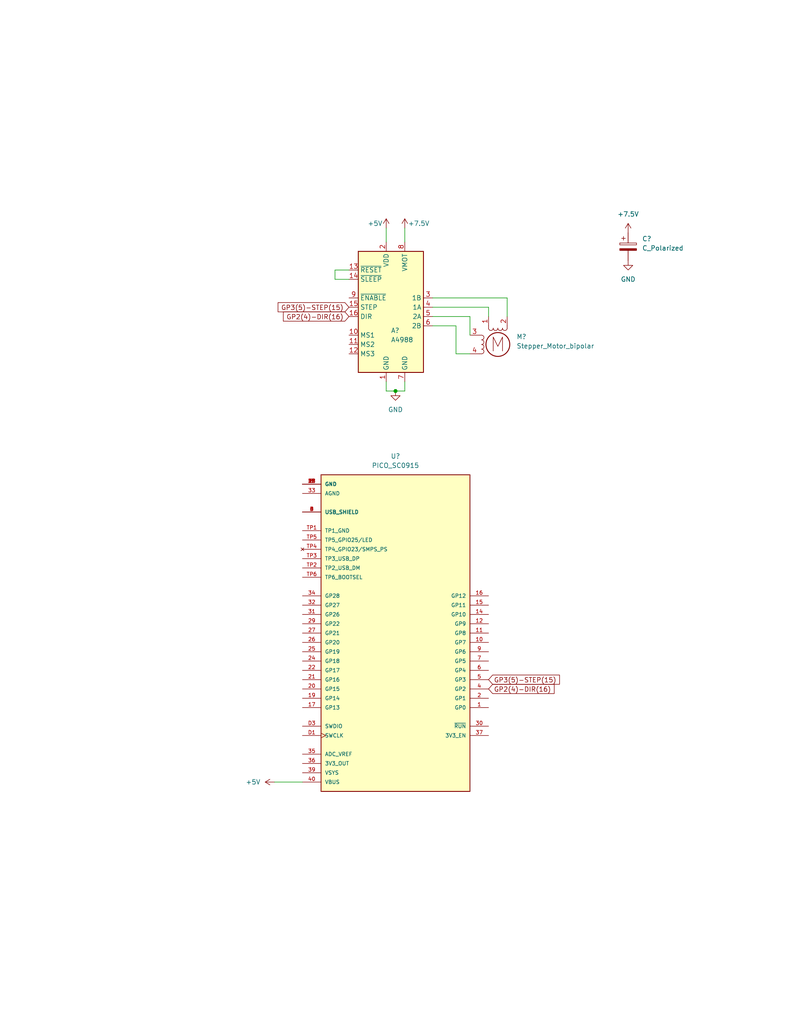
<source format=kicad_sch>
(kicad_sch (version 20211123) (generator eeschema)
  (paper "A" portrait)
  (title_block (title "Astro Prototype- Pico w/micro stepping") (date "2022-07-03") (rev "0") (comment 1 "My first use of Raspberry Pico") (comment 2 "My first use of the A4988 driver"))
  (lib_symbols
    (symbol "Device:C_Polarized" (pin_numbers hide) (pin_names (offset 0.254))
      (property "Reference" "C" (at 0.635 2.54 0))
      (property "Value" "C_Polarized" (at 0.635 -2.54 0))
      (symbol "C_Polarized_0_1"
        (rectangle (start -2.286 0.508) (end 2.286 1.016))
        (polyline (pts (xy -1.778 2.286) (xy -0.762 2.286)))
        (polyline (pts (xy -1.27 2.794) (xy -1.27 1.778)))
        (rectangle (start 2.286 -0.508) (end -2.286 -1.016) (fill (type outline)))
      )
      (symbol "C_Polarized_1_1"
        (pin passive line (at 0 3.81 270) (length 2.794) (name "~") (number "1"))
        (pin passive line (at 0 -3.81 90) (length 2.794) (name "~") (number "2"))
      )
    )
    (symbol "Driver_Motor:Pololu_Breakout_A4988"
      (property "Reference" "A" (at -2.54 19.05 0))
      (property "Value" "Pololu_Breakout_A4988" (at -2.54 16.51 0))
      (symbol "Pololu_Breakout_A4988_0_1"
        (rectangle (start 10.16 -17.78) (end -7.62 15.24) (stroke (width 0.254)) (fill (type background)))
      )
      (symbol "Pololu_Breakout_A4988_1_1"
        (pin power_in line (at 0 -20.32 90) (length 2.54) (name "GND") (number "1"))
        (pin input line (at -10.16 -7.62 0) (length 2.54) (name "MS1") (number "10"))
        (pin input line (at -10.16 -10.16 0) (length 2.54) (name "MS2") (number "11"))
        (pin input line (at -10.16 -12.7 0) (length 2.54) (name "MS3") (number "12"))
        (pin input line (at -10.16 10.16 0) (length 2.54) (name "~{RESET}") (number "13"))
        (pin input line (at -10.16 7.62 0) (length 2.54) (name "~{SLEEP}") (number "14"))
        (pin input line (at -10.16 0 0) (length 2.54) (name "STEP") (number "15"))
        (pin input line (at -10.16 -2.54 0) (length 2.54) (name "DIR") (number "16"))
        (pin power_in line (at 0 17.78 270) (length 2.54) (name "VDD") (number "2"))
        (pin output line (at 12.7 2.54 180) (length 2.54) (name "1B") (number "3"))
        (pin output line (at 12.7 0 180) (length 2.54) (name "1A") (number "4"))
        (pin output line (at 12.7 -2.54 180) (length 2.54) (name "2A") (number "5"))
        (pin output line (at 12.7 -5.08 180) (length 2.54) (name "2B") (number "6"))
        (pin power_in line (at 5.08 -20.32 90) (length 2.54) (name "GND") (number "7"))
        (pin power_in line (at 5.08 17.78 270) (length 2.54) (name "VMOT") (number "8"))
        (pin input line (at -10.16 2.54 0) (length 2.54) (name "~{ENABLE}") (number "9"))
      )
    )
    (symbol "Motor:Stepper_Motor_bipolar" (pin_names (offset 0) hide)
      (property "Reference" "M" (at 3.81 2.54 0))
      (property "Value" "Stepper_Motor_bipolar" (at 3.81 1.27 0))
      (symbol "Stepper_Motor_bipolar_0_0"
        (polyline (pts (xy -1.27 -1.778) (xy -1.27 2.032) (xy 0 -0.508) (xy 1.27 2.032) (xy 1.27 -1.778)))
      )
      (symbol "Stepper_Motor_bipolar_0_1"
        (arc (start -4.445 -2.54) (mid -3.81 -1.905) (end -4.445 -1.27))
        (arc (start -4.445 -1.27) (mid -3.81 -0.635) (end -4.445 0))
        (arc (start -4.445 0) (mid -3.81 0.635) (end -4.445 1.27))
        (arc (start -4.445 1.27) (mid -3.81 1.905) (end -4.445 2.54))
        (arc (start -2.54 4.445) (mid -1.905 3.81) (end -1.27 4.445))
        (arc (start -1.27 4.445) (mid -0.635 3.81) (end 0 4.445))
        (polyline (pts (xy -5.08 -2.54) (xy -4.445 -2.54)))
        (polyline (pts (xy -5.08 2.54) (xy -4.445 2.54)))
        (polyline (pts (xy -2.54 5.08) (xy -2.54 4.445)))
        (polyline (pts (xy 2.54 5.08) (xy 2.54 4.445)))
        (circle (center 0 0) (radius 3.2512) (stroke (width 0.254)))
        (arc (start 0 4.445) (mid 0.635 3.81) (end 1.27 4.445))
        (arc (start 1.27 4.445) (mid 1.905 3.81) (end 2.54 4.445))
      )
      (symbol "Stepper_Motor_bipolar_1_1"
        (pin passive line (at -2.54 7.62 270) (length 2.54) (name "~") (number "1"))
        (pin passive line (at 2.54 7.62 270) (length 2.54) (name "-") (number "2"))
        (pin passive line (at -7.62 2.54 0) (length 2.54) (name "~") (number "3"))
        (pin passive line (at -7.62 -2.54 0) (length 2.54) (name "~") (number "4"))
      )
    )
    (symbol "power:+5V" (power) (pin_names (offset 0))
      (property "Value" "+5V" (at 0 3.556 0))
      (symbol "+5V_0_1"
        (polyline (pts (xy -0.762 1.27) (xy 0 2.54)))
        (polyline (pts (xy 0 0) (xy 0 2.54)))
        (polyline (pts (xy 0 2.54) (xy 0.762 1.27)))
      )
      (symbol "+5V_1_1"
        (pin power_in line (at 0 0 90) (length 0) hide (name "+5V") (number "1"))
      )
    )
    (symbol "power:+7.5V" (power) (pin_names (offset 0))
      (property "Value" "+7.5V" (at 0 3.556 0))
      (symbol "+7.5V_0_1"
        (polyline (pts (xy -0.762 1.27) (xy 0 2.54)))
        (polyline (pts (xy 0 0) (xy 0 2.54)))
        (polyline (pts (xy 0 2.54) (xy 0.762 1.27)))
      )
      (symbol "+7.5V_1_1"
        (pin power_in line (at 0 0 90) (length 0) hide (name "+7.5V") (number "1"))
      )
    )
    (symbol "power:GND" (power) (pin_names (offset 0))
      (property "Value" "GND" (at 0 -3.81 0))
      (symbol "GND_0_1"
        (polyline (pts (xy 0 0) (xy 0 -1.27) (xy 1.27 -1.27) (xy 0 -2.54) (xy -1.27 -1.27) (xy 0 -1.27)))
      )
      (symbol "GND_1_1"
        (pin power_in line (at 0 0 270) (length 0) hide (name "GND") (number "1"))
      )
    )
    (symbol "projSymbolLib:PICO_SC0915" (pin_names (offset 1.016))
      (property "Reference" "U" (at -20.32 44.069 0))
      (property "Value" "PICO_SC0915" (at -20.32 -45.72 0))
      (symbol "PICO_SC0915_0_0"
        (rectangle (start -20.32 -43.18) (end 20.32 43.18) (stroke (width 0.254)) (fill (type background)))
        (pin bidirectional line (at -25.4 20.32 0) (length 5.08) (name "GP0") (number "1"))
        (pin bidirectional line (at -25.4 2.54 0) (length 5.08) (name "GP7") (number "10"))
        (pin bidirectional line (at -25.4 0 0) (length 5.08) (name "GP8") (number "11"))
        (pin bidirectional line (at -25.4 -2.54 0) (length 5.08) (name "GP9") (number "12"))
        (pin power_in line (at 25.4 -40.64 180) (length 5.08) (name "GND") (number "13"))
        (pin bidirectional line (at -25.4 -5.08 0) (length 5.08) (name "GP10") (number "14"))
        (pin bidirectional line (at -25.4 -7.62 0) (length 5.08) (name "GP11") (number "15"))
        (pin bidirectional line (at -25.4 -10.16 0) (length 5.08) (name "GP12") (number "16"))
        (pin bidirectional line (at 25.4 20.32 180) (length 5.08) (name "GP13") (number "17"))
        (pin power_in line (at 25.4 -40.64 180) (length 5.08) (name "GND") (number "18"))
        (pin bidirectional line (at 25.4 17.78 180) (length 5.08) (name "GP14") (number "19"))
        (pin bidirectional line (at -25.4 17.78 0) (length 5.08) (name "GP1") (number "2"))
        (pin bidirectional line (at 25.4 15.24 180) (length 5.08) (name "GP15") (number "20"))
        (pin bidirectional line (at 25.4 12.7 180) (length 5.08) (name "GP16") (number "21"))
        (pin bidirectional line (at 25.4 10.16 180) (length 5.08) (name "GP17") (number "22"))
        (pin power_in line (at 25.4 -40.64 180) (length 5.08) (name "GND") (number "23"))
        (pin bidirectional line (at 25.4 7.62 180) (length 5.08) (name "GP18") (number "24"))
        (pin bidirectional line (at 25.4 5.08 180) (length 5.08) (name "GP19") (number "25"))
        (pin bidirectional line (at 25.4 2.54 180) (length 5.08) (name "GP20") (number "26"))
        (pin bidirectional line (at 25.4 0 180) (length 5.08) (name "GP21") (number "27"))
        (pin power_in line (at 25.4 -40.64 180) (length 5.08) (name "GND") (number "28"))
        (pin bidirectional line (at 25.4 -2.54 180) (length 5.08) (name "GP22") (number "29"))
        (pin power_in line (at 25.4 -40.64 180) (length 5.08) (name "GND") (number "3"))
        (pin input line (at -25.4 25.4 0) (length 5.08) (name "~{RUN}") (number "30"))
        (pin bidirectional line (at 25.4 -5.08 180) (length 5.08) (name "GP26") (number "31"))
        (pin bidirectional line (at 25.4 -7.62 180) (length 5.08) (name "GP27") (number "32"))
        (pin power_in line (at 25.4 -38.1 180) (length 5.08) (name "AGND") (number "33"))
        (pin bidirectional line (at 25.4 -10.16 180) (length 5.08) (name "GP28") (number "34"))
        (pin power_in line (at 25.4 33.02 180) (length 5.08) (name "ADC_VREF") (number "35"))
        (pin power_in line (at 25.4 35.56 180) (length 5.08) (name "3V3_OUT") (number "36"))
        (pin input line (at -25.4 27.94 0) (length 5.08) (name "3V3_EN") (number "37"))
        (pin power_in line (at 25.4 -40.64 180) (length 5.08) (name "GND") (number "38"))
        (pin power_in line (at 25.4 38.1 180) (length 5.08) (name "VSYS") (number "39"))
        (pin bidirectional line (at -25.4 15.24 0) (length 5.08) (name "GP2") (number "4"))
        (pin power_in line (at 25.4 40.64 180) (length 5.08) (name "VBUS") (number "40"))
        (pin bidirectional line (at -25.4 12.7 0) (length 5.08) (name "GP3") (number "5"))
        (pin bidirectional line (at -25.4 10.16 0) (length 5.08) (name "GP4") (number "6"))
        (pin bidirectional line (at -25.4 7.62 0) (length 5.08) (name "GP5") (number "7"))
        (pin power_in line (at 25.4 -40.64 180) (length 5.08) (name "GND") (number "8"))
        (pin bidirectional line (at -25.4 5.08 0) (length 5.08) (name "GP6") (number "9"))
        (pin power_in line (at 25.4 -33.02 180) (length 5.08) (name "USB_SHIELD") (number "A"))
        (pin power_in line (at 25.4 -33.02 180) (length 5.08) (name "USB_SHIELD") (number "B"))
        (pin power_in line (at 25.4 -33.02 180) (length 5.08) (name "USB_SHIELD") (number "C"))
        (pin power_in line (at 25.4 -33.02 180) (length 5.08) (name "USB_SHIELD") (number "D"))
        (pin input clock (at 25.4 27.94 180) (length 5.08) (name "SWCLK") (number "D1"))
        (pin power_in line (at 25.4 -40.64 180) (length 5.08) (name "GND") (number "D2"))
        (pin bidirectional line (at 25.4 25.4 180) (length 5.08) (name "SWDIO") (number "D3"))
        (pin power_in line (at 25.4 -27.94 180) (length 5.08) (name "TP1_GND") (number "TP1"))
        (pin bidirectional line (at 25.4 -17.78 180) (length 5.08) (name "TP2_USB_DM") (number "TP2"))
        (pin bidirectional line (at 25.4 -20.32 180) (length 5.08) (name "TP3_USB_DP") (number "TP3"))
        (pin no_connect line (at 25.4 -22.86 180) (length 5.08) (name "TP4_GPIO23/SMPS_PS") (number "TP4"))
        (pin output line (at 25.4 -25.4 180) (length 5.08) (name "TP5_GPIO25/LED") (number "TP5"))
        (pin input line (at 25.4 -15.24 180) (length 5.08) (name "TP6_BOOTSEL") (number "TP6"))
      )
    )
  )
  (junction (at 107.95 106.68))
  (wire (pts (xy 124.46 88.9) (xy 124.46 96.52)))
  (wire (pts (xy 118.11 86.36) (xy 128.27 86.36)))
  (wire (pts (xy 124.46 96.52) (xy 128.27 96.52)))
  (wire (pts (xy 95.25 73.66) (xy 91.44 73.66)))
  (wire (pts (xy 91.44 76.2) (xy 95.25 76.2)))
  (wire (pts (xy 110.49 106.68) (xy 107.95 106.68)))
  (wire (pts (xy 118.11 88.9) (xy 124.46 88.9)))
  (wire (pts (xy 110.49 104.14) (xy 110.49 106.68)))
  (wire (pts (xy 118.11 81.28) (xy 138.43 81.28)))
  (wire (pts (xy 105.41 106.68) (xy 107.95 106.68)))
  (wire (pts (xy 133.35 83.82) (xy 133.35 86.36)))
  (wire (pts (xy 105.41 62.23) (xy 105.41 66.04)))
  (wire (pts (xy 74.93 213.36) (xy 82.55 213.36)))
  (wire (pts (xy 91.44 73.66) (xy 91.44 76.2)))
  (wire (pts (xy 110.49 62.23) (xy 110.49 66.04)))
  (wire (pts (xy 118.11 83.82) (xy 133.35 83.82)))
  (wire (pts (xy 138.43 81.28) (xy 138.43 86.36)))
  (wire (pts (xy 105.41 104.14) (xy 105.41 106.68)))
  (wire (pts (xy 128.27 86.36) (xy 128.27 91.44)))
  (global_label "GP2(4)-DIR(16)" (shape input) (at 133.35 187.96 0) (property "Intersheet References" "${INTERSHEET_REFS}" (effects hide)))
  (global_label "GP3(5)-STEP(15)" (shape input) (at 133.35 185.42 0) (property "Intersheet References" "${INTERSHEET_REFS}" (effects hide)))
  (global_label "GP3(5)-STEP(15)" (shape input) (at 95.25 83.82 180) (property "Intersheet References" "${INTERSHEET_REFS}" (effects hide)))
  (global_label "GP2(4)-DIR(16)" (shape input) (at 95.25 86.36 180) (property "Intersheet References" "${INTERSHEET_REFS}" (effects hide)))
  (symbol (lib_id "projSymbolLib:PICO_SC0915") (at 107.95 172.72 180) (unit 1)
    (property "Reference" "U?" (at 107.95 124.46 0))
    (property "Value" "PICO_SC0915" (at 107.95 127 0))
    (property "Footprint" "MODULE_SC0915" (effects hide))
    (property "MANUFACTURER" "Raspberry Pi" (effects hide))
    (property "PARTREV" "1.6" (effects hide))
    (property "STANDARD" "Manufacturer Recommendations" (effects hide))
    (property "MAXIMUM_PACKAGE_HEIGHT" "3.73mm" (effects hide))
  )
  (symbol (lib_id "power:+7.5V") (at 110.49 62.23 0) (unit 1)
    (property "Reference" "#PWR?" (effects hide))
    (property "Value" "+7.5V" (at 114.3 60.96 0))
  )
  (symbol (lib_id "power:GND") (at 107.95 106.68 0) (unit 1)
    (property "Reference" "#PWR?" (effects hide))
    (property "Value" "GND" (at 107.95 111.76 0))
  )
  (symbol (lib_id "power:+7.5V") (at 171.45 63.5 0) (unit 1)
    (property "Reference" "#PWR?" (effects hide))
    (property "Value" "+7.5V" (at 171.45 58.42 0))
  )
  (symbol (lib_id "Driver_Motor:Pololu_Breakout_A4988") (at 105.41 83.82 0) (unit 1)
    (property "Reference" "A?" (at 106.68 90.17 0) (effects (justify left)))
    (property "Value" "A4988" (at 106.68 92.71 0) (effects (justify left)))
    (property "Footprint" "Module:Pololu_Breakout-16_15.2x20.3mm" (effects hide))
    (property "Datasheet" "https://www.pololu.com/product/2980/pictures" (effects hide))
  )
  (symbol (lib_id "Device:C_Polarized") (at 171.45 67.31 0) (unit 1)
    (property "Reference" "C?" (at 175.26 65.1509 0) (effects (justify left)))
    (property "Value" "C_Polarized" (at 175.26 67.6909 0) (effects (justify left)))
  )
  (symbol (lib_id "power:+5V") (at 74.93 213.36 90) (unit 1)
    (property "Reference" "#PWR?" (effects hide))
    (property "Value" "+5V" (at 71.12 213.3599 90) (effects (justify left)))
  )
  (symbol (lib_id "power:+5V") (at 105.41 62.23 0) (unit 1)
    (property "Reference" "#PWR?" (effects hide))
    (property "Value" "+5V" (at 100.33 60.96 0) (effects (justify left)))
  )
  (symbol (lib_id "power:GND") (at 171.45 71.12 0) (unit 1)
    (property "Reference" "#PWR?" (effects hide))
    (property "Value" "GND" (at 171.45 76.2 0))
  )
  (symbol (lib_id "Motor:Stepper_Motor_bipolar") (at 135.89 93.98 0) (unit 1)
    (property "Reference" "M?" (at 140.97 91.859 0) (effects (justify left)))
    (property "Value" "Stepper_Motor_bipolar" (at 140.97 94.399 0) (effects (justify left)))
    (property "Datasheet" "http://www.infineon.com/dgdl/Application-Note-TLE8110EE_driving_UniPolarStepperMotor_V1.1.pdf?fileId=db3a30431be39b97011be5d0aa0a00b0" (effects hide))
  )
)
</source>
